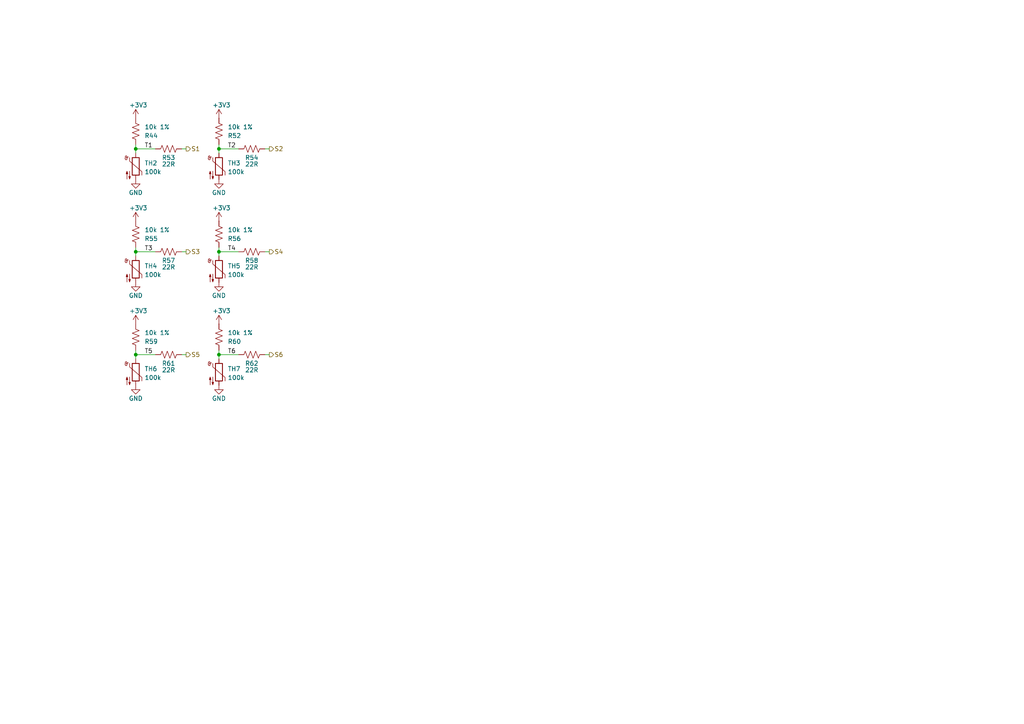
<source format=kicad_sch>
(kicad_sch (version 20231120) (generator "eeschema") (generator_version "8.0")
  (paper "A4")
  (lib_symbols
    (symbol "+3V3_1" (power) (pin_numbers hide) (pin_names (offset 0) hide)
      (property "Value" "+3V3" (at 0 3.556 0))
      (symbol "+3V3_1_0_1"
        (polyline (pts (xy -0.762 1.27) (xy 0 2.54)))
        (polyline (pts (xy 0 0) (xy 0 2.54)))
        (polyline (pts (xy 0 2.54) (xy 0.762 1.27)))
      )
      (symbol "+3V3_1_1_1"
        (pin power_in line (at 0 0 90) (length 0) (name "~") (number "1"))
      )
    )
    (symbol "Device:R_US" (pin_numbers hide) (pin_names (offset 0))
      (property "Reference" "R" (at 2.54 0 90))
      (property "Value" "R_US" (at -2.54 0 90))
      (symbol "R_US_0_1"
        (polyline (pts (xy 0 -2.286) (xy 0 -2.54)))
        (polyline (pts (xy 0 2.286) (xy 0 2.54)))
        (polyline (pts (xy 0 -0.762) (xy 1.016 -1.143) (xy 0 -1.524) (xy -1.016 -1.905) (xy 0 -2.286)))
        (polyline (pts (xy 0 0.762) (xy 1.016 0.381) (xy 0 0) (xy -1.016 -0.381) (xy 0 -0.762)))
        (polyline (pts (xy 0 2.286) (xy 1.016 1.905) (xy 0 1.524) (xy -1.016 1.143) (xy 0 0.762)))
      )
      (symbol "R_US_1_1"
        (pin passive line (at 0 3.81 270) (length 1.27) (name "~") (number "1"))
        (pin passive line (at 0 -3.81 90) (length 1.27) (name "~") (number "2"))
      )
    )
    (symbol "Device:Thermistor_NTC" (pin_numbers hide) (pin_names (offset 0))
      (property "Reference" "TH" (at -4.445 0 90))
      (property "Value" "Thermistor_NTC" (at 3.175 0 90))
      (symbol "Thermistor_NTC_0_1"
        (arc (start -3.048 2.159) (mid -3.0495 2.3143) (end -3.175 2.413))
        (arc (start -3.048 2.159) (mid -2.9736 1.9794) (end -2.794 1.905))
        (arc (start -3.048 2.794) (mid -2.9736 2.6144) (end -2.794 2.54))
        (arc (start -2.794 1.905) (mid -2.6144 1.9794) (end -2.54 2.159))
        (arc (start -2.794 2.54) (mid -2.4393 2.5587) (end -2.159 2.794))
        (arc (start -2.794 3.048) (mid -2.9736 2.9736) (end -3.048 2.794))
        (arc (start -2.54 2.794) (mid -2.6144 2.9736) (end -2.794 3.048))
        (rectangle (start -1.016 2.54) (end 1.016 -2.54) (stroke (width 0.254)))
        (polyline (pts (xy -2.54 2.159) (xy -2.54 2.794)))
        (polyline (pts (xy -1.778 2.54) (xy -1.778 1.524) (xy 1.778 -1.524) (xy 1.778 -2.54)))
        (polyline (pts (xy -2.54 -3.683) (xy -2.54 -1.397) (xy -2.794 -2.159) (xy -2.286 -2.159) (xy -2.54 -1.397) (xy -2.54 -1.651)) (fill (type outline)))
        (polyline (pts (xy -1.778 -1.397) (xy -1.778 -3.683) (xy -2.032 -2.921) (xy -1.524 -2.921) (xy -1.778 -3.683) (xy -1.778 -3.429)) (fill (type outline)))
      )
      (symbol "Thermistor_NTC_1_1"
        (pin passive line (at 0 3.81 270) (length 1.27) (name "~") (number "1"))
        (pin passive line (at 0 -3.81 90) (length 1.27) (name "~") (number "2"))
      )
    )
    (symbol "power:GND" (power) (pin_names (offset 0))
      (property "Value" "GND" (at 0 -3.81 0))
      (symbol "GND_0_1"
        (polyline (pts (xy 0 0) (xy 0 -1.27) (xy 1.27 -1.27) (xy 0 -2.54) (xy -1.27 -1.27) (xy 0 -1.27)))
      )
      (symbol "GND_1_1"
        (pin power_in line (at 0 0 270) (length 0) hide (name "GND") (number "1"))
      )
    )
  )
  (junction (at 39.37 102.87))
  (junction (at 63.5 102.87))
  (junction (at 63.5 73.025))
  (junction (at 39.37 73.025))
  (junction (at 39.37 43.18))
  (junction (at 63.5 43.18))
  (wire (pts (xy 39.37 43.18) (xy 45.085 43.18)))
  (wire (pts (xy 53.975 73.025) (xy 52.705 73.025)))
  (wire (pts (xy 63.5 43.18) (xy 69.215 43.18)))
  (wire (pts (xy 63.5 102.87) (xy 69.215 102.87)))
  (wire (pts (xy 63.5 104.14) (xy 63.5 102.87)))
  (wire (pts (xy 63.5 73.025) (xy 63.5 71.755)))
  (wire (pts (xy 39.37 43.18) (xy 39.37 41.91)))
  (wire (pts (xy 78.105 73.025) (xy 76.835 73.025)))
  (wire (pts (xy 63.5 102.87) (xy 63.5 101.6)))
  (wire (pts (xy 39.37 73.025) (xy 39.37 71.755)))
  (wire (pts (xy 53.975 43.18) (xy 52.705 43.18)))
  (wire (pts (xy 63.5 44.45) (xy 63.5 43.18)))
  (wire (pts (xy 39.37 102.87) (xy 45.085 102.87)))
  (wire (pts (xy 63.5 43.18) (xy 63.5 41.91)))
  (wire (pts (xy 39.37 73.025) (xy 45.085 73.025)))
  (wire (pts (xy 39.37 102.87) (xy 39.37 101.6)))
  (wire (pts (xy 63.5 73.025) (xy 69.215 73.025)))
  (wire (pts (xy 53.975 102.87) (xy 52.705 102.87)))
  (wire (pts (xy 78.105 43.18) (xy 76.835 43.18)))
  (wire (pts (xy 39.37 74.295) (xy 39.37 73.025)))
  (wire (pts (xy 39.37 44.45) (xy 39.37 43.18)))
  (wire (pts (xy 78.105 102.87) (xy 76.835 102.87)))
  (wire (pts (xy 39.37 104.14) (xy 39.37 102.87)))
  (wire (pts (xy 63.5 74.295) (xy 63.5 73.025)))
  (label "T6" (at 66.04 102.87 0))
  (label "T4" (at 66.04 73.025 0))
  (label "T5" (at 41.91 102.87 0))
  (label "T3" (at 41.91 73.025 0))
  (label "T2" (at 66.04 43.18 0))
  (label "T1" (at 41.91 43.18 0))
  (hierarchical_label "S6" (shape output) (at 78.105 102.87 0))
  (hierarchical_label "S2" (shape output) (at 78.105 43.18 0))
  (hierarchical_label "S3" (shape output) (at 53.975 73.025 0))
  (hierarchical_label "S1" (shape output) (at 53.975 43.18 0))
  (hierarchical_label "S4" (shape output) (at 78.105 73.025 0))
  (hierarchical_label "S5" (shape output) (at 53.975 102.87 0))
  (symbol (lib_id "power:GND") (at 63.5 81.915 0) (unit 1)
    (property "Reference" "#PWR0134" (effects (hide yes)))
    (property "Value" "GND" (at 63.5 85.725 0))
  )
  (symbol (lib_id "Device:Thermistor_NTC") (at 63.5 78.105 0) (unit 1)
    (property "Reference" "TH5" (at 66.04 77.1524 0) (effects (justify left)))
    (property "Value" "100k" (at 66.04 79.6924 0) (effects (justify left)))
    (property "Footprint" "Connector_PinHeader_2.54mm:PinHeader_1x02_P2.54mm_Vertical" (effects (hide yes)))
    (property "Datasheet" "https://www.electronicaembajadores.com/datos/pdf1/ss/sste/sstentc_series.pdf" (effects (hide yes)))
    (property "Description" "Temperature dependent resistor, negative temperature coefficient" (effects (hide yes)))
  )
  (symbol (lib_name "+3V3_1") (lib_id "power:+3V3") (at 63.5 64.135 0) (unit 1)
    (property "Reference" "#PWR0114" (effects (hide yes)))
    (property "Value" "+3V3" (at 61.595 60.325 0) (effects (justify left)))
    (property "Description" "Power symbol creates a global label with name \"+3V3\"" (effects (hide yes)))
  )
  (symbol (lib_id "Device:Thermistor_NTC") (at 63.5 107.95 0) (unit 1)
    (property "Reference" "TH7" (at 66.04 106.9974 0) (effects (justify left)))
    (property "Value" "100k" (at 66.04 109.5374 0) (effects (justify left)))
    (property "Footprint" "Connector_PinHeader_2.54mm:PinHeader_1x02_P2.54mm_Vertical" (effects (hide yes)))
    (property "Datasheet" "https://www.electronicaembajadores.com/datos/pdf1/ss/sste/sstentc_series.pdf" (effects (hide yes)))
    (property "Description" "Temperature dependent resistor, negative temperature coefficient" (effects (hide yes)))
  )
  (symbol (lib_id "Device:R_US") (at 63.5 67.945 180) (unit 1)
    (property "Reference" "R56" (at 66.04 69.215 0) (effects (justify right)))
    (property "Value" "10k 1%" (at 66.04 66.675 0) (effects (justify right)))
    (property "Footprint" "Resistor_SMD:R_0603_1608Metric" (effects (hide yes)))
  )
  (symbol (lib_id "Device:R_US") (at 73.025 73.025 270) (unit 1)
    (property "Reference" "R58" (at 73.025 75.565 90))
    (property "Value" "22R" (at 73.025 77.47 90))
    (property "Footprint" "Resistor_SMD:R_0603_1608Metric" (effects (hide yes)))
  )
  (symbol (lib_name "+3V3_1") (lib_id "power:+3V3") (at 39.37 93.98 0) (unit 1)
    (property "Reference" "#PWR0115" (effects (hide yes)))
    (property "Value" "+3V3" (at 37.465 90.17 0) (effects (justify left)))
    (property "Description" "Power symbol creates a global label with name \"+3V3\"" (effects (hide yes)))
  )
  (symbol (lib_id "Device:R_US") (at 39.37 38.1 180) (unit 1)
    (property "Reference" "R44" (at 41.91 39.37 0) (effects (justify right)))
    (property "Value" "10k 1%" (at 41.91 36.83 0) (effects (justify right)))
    (property "Footprint" "Resistor_SMD:R_0603_1608Metric" (effects (hide yes)))
  )
  (symbol (lib_id "Device:R_US") (at 73.025 102.87 270) (unit 1)
    (property "Reference" "R62" (at 73.025 105.41 90))
    (property "Value" "22R" (at 73.025 107.315 90))
    (property "Footprint" "Resistor_SMD:R_0603_1608Metric" (effects (hide yes)))
  )
  (symbol (lib_id "power:GND") (at 63.5 52.07 0) (unit 1)
    (property "Reference" "#PWR0130" (effects (hide yes)))
    (property "Value" "GND" (at 63.5 55.88 0))
  )
  (symbol (lib_id "power:GND") (at 39.37 111.76 0) (unit 1)
    (property "Reference" "#PWR0137" (effects (hide yes)))
    (property "Value" "GND" (at 39.37 115.57 0))
  )
  (symbol (lib_id "Device:R_US") (at 39.37 97.79 180) (unit 1)
    (property "Reference" "R59" (at 41.91 99.06 0) (effects (justify right)))
    (property "Value" "10k 1%" (at 41.91 96.52 0) (effects (justify right)))
    (property "Footprint" "Resistor_SMD:R_0603_1608Metric" (effects (hide yes)))
  )
  (symbol (lib_id "Device:Thermistor_NTC") (at 39.37 107.95 0) (unit 1)
    (property "Reference" "TH6" (at 41.91 106.9974 0) (effects (justify left)))
    (property "Value" "100k" (at 41.91 109.5374 0) (effects (justify left)))
    (property "Footprint" "Connector_PinHeader_2.54mm:PinHeader_1x02_P2.54mm_Vertical" (effects (hide yes)))
    (property "Datasheet" "https://www.electronicaembajadores.com/datos/pdf1/ss/sste/sstentc_series.pdf" (effects (hide yes)))
    (property "Description" "Temperature dependent resistor, negative temperature coefficient" (effects (hide yes)))
  )
  (symbol (lib_id "Device:R_US") (at 63.5 38.1 180) (unit 1)
    (property "Reference" "R52" (at 66.04 39.37 0) (effects (justify right)))
    (property "Value" "10k 1%" (at 66.04 36.83 0) (effects (justify right)))
    (property "Footprint" "Resistor_SMD:R_0603_1608Metric" (effects (hide yes)))
  )
  (symbol (lib_id "power:GND") (at 63.5 111.76 0) (unit 1)
    (property "Reference" "#PWR0138" (effects (hide yes)))
    (property "Value" "GND" (at 63.5 115.57 0))
  )
  (symbol (lib_id "Device:R_US") (at 39.37 67.945 180) (unit 1)
    (property "Reference" "R55" (at 41.91 69.215 0) (effects (justify right)))
    (property "Value" "10k 1%" (at 41.91 66.675 0) (effects (justify right)))
    (property "Footprint" "Resistor_SMD:R_0603_1608Metric" (effects (hide yes)))
  )
  (symbol (lib_name "+3V3_1") (lib_id "power:+3V3") (at 63.5 34.29 0) (unit 1)
    (property "Reference" "#PWR0112" (effects (hide yes)))
    (property "Value" "+3V3" (at 61.595 30.48 0) (effects (justify left)))
    (property "Description" "Power symbol creates a global label with name \"+3V3\"" (effects (hide yes)))
  )
  (symbol (lib_id "Device:R_US") (at 48.895 43.18 270) (unit 1)
    (property "Reference" "R53" (at 48.895 45.72 90))
    (property "Value" "22R" (at 48.895 47.625 90))
    (property "Footprint" "Resistor_SMD:R_0603_1608Metric" (effects (hide yes)))
  )
  (symbol (lib_name "+3V3_1") (lib_id "power:+3V3") (at 39.37 34.29 0) (unit 1)
    (property "Reference" "#PWR0109" (effects (hide yes)))
    (property "Value" "+3V3" (at 37.465 30.48 0) (effects (justify left)))
    (property "Description" "Power symbol creates a global label with name \"+3V3\"" (effects (hide yes)))
  )
  (symbol (lib_name "+3V3_1") (lib_id "power:+3V3") (at 63.5 93.98 0) (unit 1)
    (property "Reference" "#PWR0116" (effects (hide yes)))
    (property "Value" "+3V3" (at 61.595 90.17 0) (effects (justify left)))
    (property "Description" "Power symbol creates a global label with name \"+3V3\"" (effects (hide yes)))
  )
  (symbol (lib_id "Device:Thermistor_NTC") (at 39.37 48.26 0) (unit 1)
    (property "Reference" "TH2" (at 41.91 47.3074 0) (effects (justify left)))
    (property "Value" "100k" (at 41.91 49.8474 0) (effects (justify left)))
    (property "Footprint" "Connector_PinHeader_2.54mm:PinHeader_1x02_P2.54mm_Vertical" (effects (hide yes)))
    (property "Datasheet" "https://www.electronicaembajadores.com/datos/pdf1/ss/sste/sstentc_series.pdf" (effects (hide yes)))
    (property "Description" "Temperature dependent resistor, negative temperature coefficient" (effects (hide yes)))
  )
  (symbol (lib_name "+3V3_1") (lib_id "power:+3V3") (at 39.37 64.135 0) (unit 1)
    (property "Reference" "#PWR0113" (effects (hide yes)))
    (property "Value" "+3V3" (at 37.465 60.325 0) (effects (justify left)))
    (property "Description" "Power symbol creates a global label with name \"+3V3\"" (effects (hide yes)))
  )
  (symbol (lib_id "Device:R_US") (at 48.895 102.87 270) (unit 1)
    (property "Reference" "R61" (at 48.895 105.41 90))
    (property "Value" "22R" (at 48.895 107.315 90))
    (property "Footprint" "Resistor_SMD:R_0603_1608Metric" (effects (hide yes)))
  )
  (symbol (lib_id "Device:R_US") (at 48.895 73.025 270) (unit 1)
    (property "Reference" "R57" (at 48.895 75.565 90))
    (property "Value" "22R" (at 48.895 77.47 90))
    (property "Footprint" "Resistor_SMD:R_0603_1608Metric" (effects (hide yes)))
  )
  (symbol (lib_id "Device:Thermistor_NTC") (at 39.37 78.105 0) (unit 1)
    (property "Reference" "TH4" (at 41.91 77.1524 0) (effects (justify left)))
    (property "Value" "100k" (at 41.91 79.6924 0) (effects (justify left)))
    (property "Footprint" "Connector_PinHeader_2.54mm:PinHeader_1x02_P2.54mm_Vertical" (effects (hide yes)))
    (property "Datasheet" "https://www.electronicaembajadores.com/datos/pdf1/ss/sste/sstentc_series.pdf" (effects (hide yes)))
    (property "Description" "Temperature dependent resistor, negative temperature coefficient" (effects (hide yes)))
  )
  (symbol (lib_id "Device:R_US") (at 63.5 97.79 180) (unit 1)
    (property "Reference" "R60" (at 66.04 99.06 0) (effects (justify right)))
    (property "Value" "10k 1%" (at 66.04 96.52 0) (effects (justify right)))
    (property "Footprint" "Resistor_SMD:R_0603_1608Metric" (effects (hide yes)))
  )
  (symbol (lib_id "power:GND") (at 39.37 81.915 0) (unit 1)
    (property "Reference" "#PWR0133" (effects (hide yes)))
    (property "Value" "GND" (at 39.37 85.725 0))
  )
  (symbol (lib_id "Device:Thermistor_NTC") (at 63.5 48.26 0) (unit 1)
    (property "Reference" "TH3" (at 66.04 47.3074 0) (effects (justify left)))
    (property "Value" "100k" (at 66.04 49.8474 0) (effects (justify left)))
    (property "Footprint" "Connector_PinHeader_2.54mm:PinHeader_1x02_P2.54mm_Vertical" (effects (hide yes)))
    (property "Datasheet" "https://www.electronicaembajadores.com/datos/pdf1/ss/sste/sstentc_series.pdf" (effects (hide yes)))
    (property "Description" "Temperature dependent resistor, negative temperature coefficient" (effects (hide yes)))
  )
  (symbol (lib_id "Device:R_US") (at 73.025 43.18 270) (unit 1)
    (property "Reference" "R54" (at 73.025 45.72 90))
    (property "Value" "22R" (at 73.025 47.625 90))
    (property "Footprint" "Resistor_SMD:R_0603_1608Metric" (effects (hide yes)))
  )
  (symbol (lib_id "power:GND") (at 39.37 52.07 0) (unit 1)
    (property "Reference" "#PWR0129" (effects (hide yes)))
    (property "Value" "GND" (at 39.37 55.88 0))
  )
)
</source>
